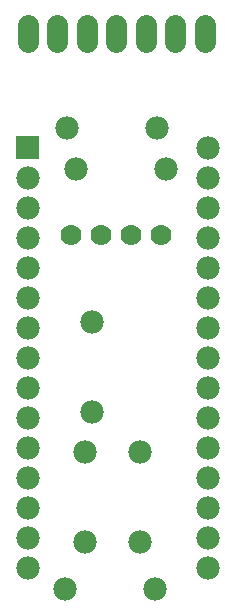
<source format=gts>
G04 Layer: TopSolderMaskLayer*
G04 EasyEDA v6.4.25, 2022-02-04T10:32:35+01:00*
G04 956263b731bf459f90372ec277b1d7cd,10*
G04 Gerber Generator version 0.2*
G04 Scale: 100 percent, Rotated: No, Reflected: No *
G04 Dimensions in millimeters *
G04 leading zeros omitted , absolute positions ,4 integer and 5 decimal *
%FSLAX45Y45*%
%MOMM*%

%ADD12C,1.7780*%
%ADD20C,1.8032*%
%ADD22C,1.9812*%
%ADD23C,1.9812*%

%LPD*%
D20*
X2311400Y-514499D02*
G01*
X2311400Y-374500D01*
X2061387Y-514499D02*
G01*
X2061387Y-374500D01*
X1811401Y-514499D02*
G01*
X1811401Y-374500D01*
X1561388Y-514499D02*
G01*
X1561388Y-374500D01*
X1311402Y-514499D02*
G01*
X1311402Y-374500D01*
X1061389Y-514499D02*
G01*
X1061389Y-374500D01*
X811403Y-514499D02*
G01*
X811403Y-374500D01*
G36*
X713739Y-1508760D02*
G01*
X713739Y-1310639D01*
X911860Y-1310639D01*
X911860Y-1508760D01*
G37*
D22*
G01*
X812800Y-1663700D03*
G01*
X812800Y-1917700D03*
G01*
X812800Y-2171700D03*
G01*
X812800Y-2425700D03*
G01*
X812800Y-2679700D03*
G01*
X812800Y-2933700D03*
G01*
X812800Y-3187700D03*
G01*
X812800Y-3441700D03*
G01*
X812800Y-3695700D03*
G01*
X812800Y-3949700D03*
G01*
X812800Y-4203700D03*
G01*
X812800Y-4457700D03*
G01*
X812800Y-4711700D03*
G01*
X812800Y-4965700D03*
G01*
X2336800Y-1409700D03*
G01*
X2336800Y-1663700D03*
G01*
X2336800Y-1917700D03*
G01*
X2336800Y-2171700D03*
G01*
X2336800Y-2425700D03*
G01*
X2336800Y-2679700D03*
G01*
X2336800Y-2933700D03*
G01*
X2336800Y-3187700D03*
G01*
X2336800Y-3441700D03*
G01*
X2336800Y-3695700D03*
G01*
X2336800Y-3949700D03*
G01*
X2336800Y-4203700D03*
G01*
X2336800Y-4457700D03*
G01*
X2336800Y-4711700D03*
G01*
X2336800Y-4965700D03*
D12*
G01*
X1435100Y-2146300D03*
G01*
X1689100Y-2146300D03*
G01*
X1943100Y-2146300D03*
G01*
X1181100Y-2146300D03*
D23*
G01*
X1981200Y-1587500D03*
G01*
X1219200Y-1587500D03*
G01*
X1143000Y-1244600D03*
G01*
X1905000Y-1244600D03*
G01*
X1295400Y-4749800D03*
G01*
X1295400Y-3987800D03*
G01*
X1765300Y-4749800D03*
G01*
X1765300Y-3987800D03*
G01*
X1130300Y-5143500D03*
G01*
X1892300Y-5143500D03*
G01*
X1358900Y-3644900D03*
G01*
X1358900Y-2882900D03*
M02*

</source>
